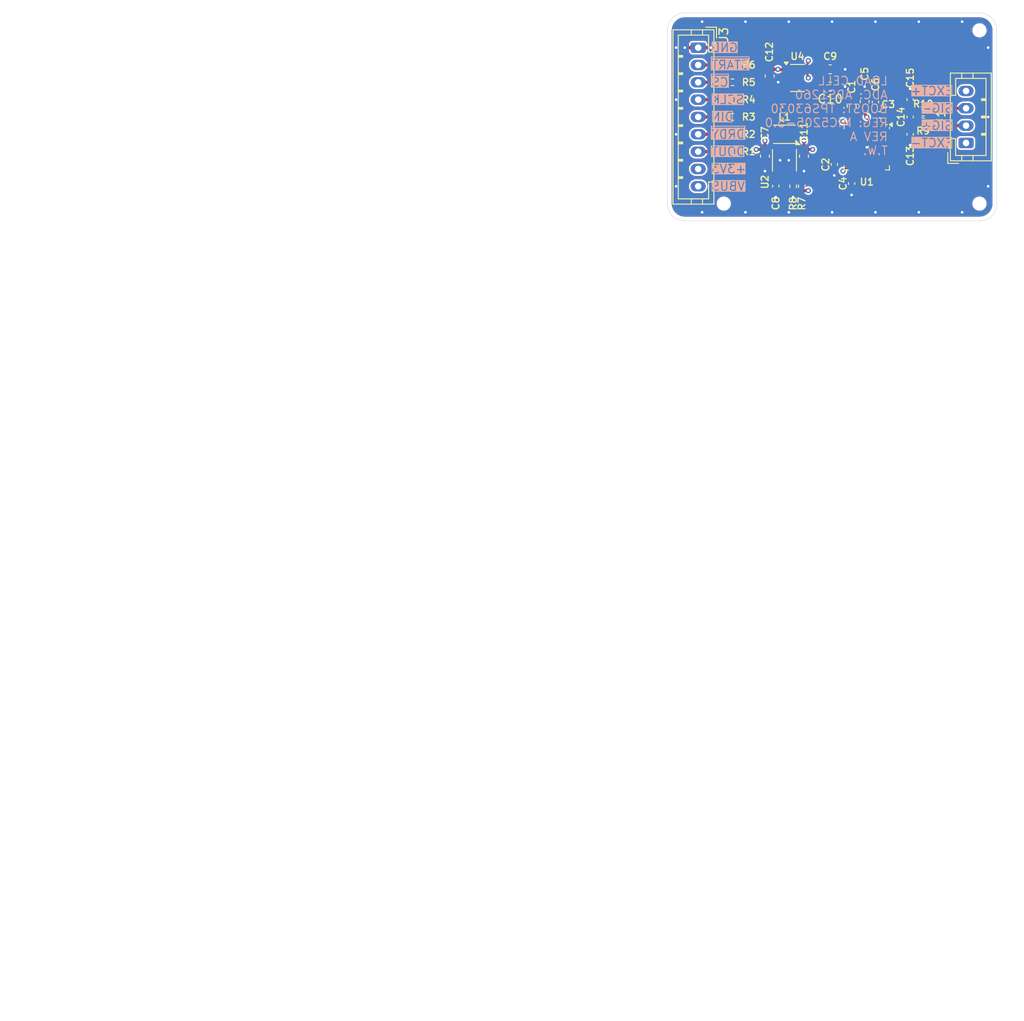
<source format=kicad_pcb>
(kicad_pcb (version 20240108) (generator "pcbnew") (generator_version "8.0")
  (layers (0 "F.Cu" signal) (1 "In1.Cu" signal) (2 "In2.Cu" signal) (31 "B.Cu" signal) (34 "B.Paste" user) (35 "F.Paste" user) (36 "B.SilkS" user "B.Silkscreen") (37 "F.SilkS" user "F.Silkscreen") (38 "B.Mask" user) (39 "F.Mask" user) (44 "Edge.Cuts" user))
  (net 0 "")
  (net 1 "Net-(U1-REFOUT)")
  (net 2 "GND")
  (net 3 "Net-(U1-BYPASS)")
  (net 4 "Net-(U1-CAPN)")
  (net 5 "Net-(U1-CAPP)")
  (net 6 "+5V")
  (net 7 "+3V3")
  (net 8 "Net-(U2-EN)")
  (net 9 "Net-(U4-BP)")
  (net 10 "+5V5")
  (net 11 "/SIG_FLTR+")
  (net 12 "/SIG_FLTR-")
  (net 13 "/SIG-")
  (net 14 "/SIG+")
  (net 15 "Net-(J3-Pin_3)")
  (net 16 "Net-(J3-Pin_5)")
  (net 17 "Net-(J3-Pin_2)")
  (net 18 "Net-(J3-Pin_6)")
  (net 19 "VBUS")
  (net 20 "Net-(J3-Pin_4)")
  (net 21 "Net-(J3-Pin_7)")
  (net 22 "Net-(U2-L2)")
  (net 23 "Net-(U2-L1)")
  (net 24 "/~{START}")
  (net 25 "/~{CS}")
  (net 26 "/SCLK")
  (net 27 "/DIN")
  (net 28 "/DOUT")
  (net 29 "/~{DRDY}")
  (net 30 "Net-(U2-FB)")
  (footprint "Inductor_SMD:L_Murata_DFE201610P" (layer "F.Cu") (at 123.5 84 180)
    (property "Reference" "L1" (at 0 2 180) (layer "F.SilkS") (effects (font (size 0.8 0.8))))
    (property "Value" "1uH")
    (pad "1" smd rect (at -0.725 0 180) (size 0.55 1.6) (layers "F.Cu" "F.Paste" "F.Mask") (net 22 "Net-(U2-L2)"))
    (pad "2" smd rect (at 0.725 0 180) (size 0.55 1.6) (layers "F.Cu" "F.Paste" "F.Mask") (net 23 "Net-(U2-L1)"))
  )
  (footprint "Capacitor_SMD:C_0402_1005Metric" (layer "F.Cu") (at 131.25 89.68 -90)
    (property "Reference" "C4" (at 0 1 90) (layer "F.SilkS") (effects (font (size 0.8 0.8))))
    (property "Value" "1uF")
    (pad "1" smd roundrect (at -0.48 0 270) (size 0.56 0.62) (layers "F.Cu" "F.Paste" "F.Mask") (net 6 "+5V"))
    (pad "2" smd roundrect (at 0.48 0 270) (size 0.56 0.62) (layers "F.Cu" "F.Paste" "F.Mask") (net 2 "GND"))
  )
  (footprint "JLCPCB:SMD Tooling Hole" (layer "F.Cu") (at 146 72)
    (property "Reference" "H1" (hide yes))
    (property "Value" "MountingHole")
    (pad "" np_thru_hole circle (at 0 0) (size 1.152 1.152) (drill 1.152) (layers "F&B.Cu" "*.Mask"))
  )
  (footprint "Capacitor_SMD:C_0402_1005Metric" (layer "F.Cu") (at 138 80 90)
    (property "Reference" "C15" (at 2.5 0 270) (layer "F.SilkS") (effects (font (size 0.8 0.8))))
    (property "Value" "0.1uF")
    (pad "1" smd roundrect (at -0.48 0 90) (size 0.56 0.62) (layers "F.Cu" "F.Paste" "F.Mask") (net 12 "/SIG_FLTR-"))
    (pad "2" smd roundrect (at 0.48 0 90) (size 0.56 0.62) (layers "F.Cu" "F.Paste" "F.Mask") (net 2 "GND"))
  )
  (footprint "Capacitor_SMD:C_0402_1005Metric" (layer "F.Cu") (at 122.5 89.98 90)
    (property "Reference" "C8" (at -2 0 270) (layer "F.SilkS") (effects (font (size 0.8 0.8))))
    (property "Value" "0.1uF")
    (pad "1" smd roundrect (at -0.48 0 90) (size 0.56 0.62) (layers "F.Cu" "F.Paste" "F.Mask") (net 2 "GND"))
    (pad "2" smd roundrect (at 0.48 0 90) (size 0.56 0.62) (layers "F.Cu" "F.Paste" "F.Mask") (net 8 "Net-(U2-EN)"))
  )
  (footprint "Resistor_SMD:R_0402_1005Metric" (layer "F.Cu") (at 117.5 80)
    (property "Reference" "R4" (at 1 0 0) (layer "F.SilkS") (effects (font (size 0.8 0.8)) (justify left)))
    (property "Value" "47R")
    (pad "1" smd roundrect (at -0.51 0) (size 0.54 0.64) (layers "F.Cu" "F.Paste" "F.Mask") (net 20 "Net-(J3-Pin_4)"))
    (pad "2" smd roundrect (at 0.51 0) (size 0.54 0.64) (layers "F.Cu" "F.Paste" "F.Mask") (net 26 "/SCLK"))
  )
  (footprint "Capacitor_SMD:C_0603_1608Metric" (layer "F.Cu") (at 121.25 86.525 -90)
    (property "Reference" "C7" (at -1.775 0 90) (layer "F.SilkS") (effects (font (size 0.8 0.8)) (justify left)))
    (property "Value" "10uF")
    (pad "1" smd roundrect (at -0.775 0 270) (size 0.9 0.95) (layers "F.Cu" "F.Paste" "F.Mask") (net 19 "VBUS"))
    (pad "2" smd roundrect (at 0.775 0 270) (size 0.9 0.95) (layers "F.Cu" "F.Paste" "F.Mask") (net 2 "GND"))
  )
  (footprint "Package_DFN_QFN:VQFN-32-1EP_5x5mm_P0.5mm_EP3.15x3.15mm" (layer "F.Cu") (at 133 85.5 -90)
    (property "Reference" "U1" (at 4 0 180) (layer "F.SilkS") (effects (font (size 0.8 0.8))))
    (property "Value" "ADS1260")
    (pad "1" smd roundrect (at -2.4375 -1.75 270) (size 0.875 0.25) (layers "F.Cu" "F.Paste" "F.Mask"))
    (pad "2" smd roundrect (at -2.4375 -1.25 270) (size 0.875 0.25) (layers "F.Cu" "F.Paste" "F.Mask") (net 5 "Net-(U1-CAPP)"))
    (pad "3" smd roundrect (at -2.4375 -0.75 270) (size 0.875 0.25) (layers "F.Cu" "F.Paste" "F.Mask") (net 4 "Net-(U1-CAPN)"))
    (pad "4" smd roundrect (at -2.4375 -0.25 270) (size 0.875 0.25) (layers "F.Cu" "F.Paste" "F.Mask") (net 6 "+5V"))
    (pad "5" smd roundrect (at -2.4375 0.25 270) (size 0.875 0.25) (layers "F.Cu" "F.Paste" "F.Mask") (net 2 "GND"))
    (pad "6" smd roundrect (at -2.4375 0.75 270) (size 0.875 0.25) (layers "F.Cu" "F.Paste" "F.Mask") (net 1 "Net-(U1-REFOUT)"))
    (pad "7" smd roundrect (at -2.4375 1.25 270) (size 0.875 0.25) (layers "F.Cu" "F.Paste" "F.Mask") (net 6 "+5V"))
    (pad "8" smd roundrect (at -2.4375 1.75 270) (size 0.875 0.25) (layers "F.Cu" "F.Paste" "F.Mask") (net 6 "+5V"))
    (pad "9" smd roundrect (at -1.75 2.4375 270) (size 0.25 0.875) (layers "F.Cu" "F.Paste" "F.Mask") (net 24 "/~{START}"))
    (pad "10" smd roundrect (at -1.25 2.4375 270) (size 0.25 0.875) (layers "F.Cu" "F.Paste" "F.Mask") (net 25 "/~{CS}"))
    (pad "11" smd roundrect (at -0.75 2.4375 270) (size 0.25 0.875) (layers "F.Cu" "F.Paste" "F.Mask") (net 26 "/SCLK"))
    (pad "12" smd roundrect (at -0.25 2.4375 270) (size 0.25 0.875) (layers "F.Cu" "F.Paste" "F.Mask") (net 27 "/DIN"))
    (pad "13" smd roundrect (at 0.25 2.4375 270) (size 0.25 0.875) (layers "F.Cu" "F.Paste" "F.Mask") (net 29 "/~{DRDY}"))
    (pad "14" smd roundrect (at 0.75 2.4375 270) (size 0.25 0.875) (layers "F.Cu" "F.Paste" "F.Mask") (net 28 "/DOUT"))
    (pad "15" smd roundrect (at 1.25 2.4375 270) (size 0.25 0.875) (layers "F.Cu" "F.Paste" "F.Mask") (net 3 "Net-(U1-BYPASS)"))
    (pad "16" smd roundrect (at 1.75 2.4375 270) (size 0.25 0.875) (layers "F.Cu" "F.Paste" "F.Mask") (net 2 "GND"))
    (pad "17" smd roundrect (at 2.4375 1.75 270) (size 0.875 0.25) (layers "F.Cu" "F.Paste" "F.Mask") (net 6 "+5V"))
    (pad "18" smd roundrect (at 2.4375 1.25 270) (size 0.875 0.25) (layers "F.Cu" "F.Paste" "F.Mask") (net 2 "GND"))
    (pad "19" smd roundrect (at 2.4375 0.75 270) (size 0.875 0.25) (layers "F.Cu" "F.Paste" "F.Mask"))
    (pad "20" smd roundrect (at 2.4375 0.25 270) (size 0.875 0.25) (layers "F.Cu" "F.Paste" "F.Mask"))
    (pad "21" smd roundrect (at 2.4375 -0.25 270) (size 0.875 0.25) (layers "F.Cu" "F.Paste" "F.Mask"))
    (pad "22" smd roundrect (at 2.4375 -0.75 270) (size 0.875 0.25) (layers "F.Cu" "F.Paste" "F.Mask"))
    (pad "23" smd roundrect (at 2.4375 -1.25 270) (size 0.875 0.25) (layers "F.Cu" "F.Paste" "F.Mask"))
    (pad "24" smd roundrect (at 2.4375 -1.75 270) (size 0.875 0.25) (layers "F.Cu" "F.Paste" "F.Mask"))
    (pad "25" smd roundrect (at 1.75 -2.4375 270) (size 0.25 0.875) (layers "F.Cu" "F.Paste" "F.Mask"))
    (pad "26" smd roundrect (at 1.25 -2.4375 270) (size 0.25 0.875) (layers "F.Cu" "F.Paste" "F.Mask"))
    (pad "27" smd roundrect (at 0.75 -2.4375 270) (size 0.25 0.875) (layers "F.Cu" "F.Paste" "F.Mask"))
    (pad "28" smd roundrect (at 0.25 -2.4375 270) (size 0.25 0.875) (layers "F.Cu" "F.Paste" "F.Mask"))
    (pad "29" smd roundrect (at -0.25 -2.4375 270) (size 0.25 0.875) (layers "F.Cu" "F.Paste" "F.Mask"))
    (pad "30" smd roundrect (at -0.75 -2.4375 270) (size 0.25 0.875) (layers "F.Cu" "F.Paste" "F.Mask"))
    (pad "31" smd roundrect (at -1.25 -2.4375 270) (size 0.25 0.875) (layers "F.Cu" "F.Paste" "F.Mask") (net 11 "/SIG_FLTR+"))
    (pad "32" smd roundrect (at -1.75 -2.4375 270) (size 0.25 0.875) (layers "F.Cu" "F.Paste" "F.Mask") (net 12 "/SIG_FLTR-"))
    (pad "33" smd rect (at 0 0 270) (size 3.15 3.15) (property pad_prop_heatsink) (layers "F.Cu" "F.Mask") (net 2 "GND"))
  )
  (footprint "Capacitor_SMD:C_0603_1608Metric" (layer "F.Cu") (at 125.75 86.525 -90)
    (property "Reference" "C11" (at -1.5 0 90) (layer "F.SilkS") (effects (font (size 0.8 0.8)) (justify left)))
    (property "Value" "10uF")
    (pad "1" smd roundrect (at -0.775 0 270) (size 0.9 0.95) (layers "F.Cu" "F.Paste" "F.Mask") (net 10 "+5V5"))
    (pad "2" smd roundrect (at 0.775 0 270) (size 0.9 0.95) (layers "F.Cu" "F.Paste" "F.Mask") (net 2 "GND"))
  )
  (footprint "Resistor_SMD:R_0402_1005Metric" (layer "F.Cu") (at 117.5 82)
    (property "Reference" "R3" (at 1 0 0) (layer "F.SilkS") (effects (font (size 0.8 0.8)) (justify left)))
    (property "Value" "47R")
    (pad "1" smd roundrect (at -0.51 0) (size 0.54 0.64) (layers "F.Cu" "F.Paste" "F.Mask") (net 16 "Net-(J3-Pin_5)"))
    (pad "2" smd roundrect (at 0.51 0) (size 0.54 0.64) (layers "F.Cu" "F.Paste" "F.Mask") (net 27 "/DIN"))
  )
  (footprint "Connector_JST:JST_PH_B4B-PH-K_1x04_P2.00mm_Vertical" (layer "F.Cu") (at 144.45 85 90)
    (property "Reference" "J1" (at 3 -2.9 90) (layer "F.SilkS"))
    (property "Value" "Conn_01x04")
    (pad "1" thru_hole roundrect (at 0 0 90) (size 1.2 1.75) (drill 0.75) (layers "*.Cu" "*.Mask") (roundrect_rratio 0.208333) (net 2 "GND"))
    (pad "2" thru_hole oval (at 2 0 90) (size 1.2 1.75) (drill 0.75) (layers "*.Cu" "*.Mask") (net 14 "/SIG+"))
    (pad "3" thru_hole oval (at 4 0 90) (size 1.2 1.75) (drill 0.75) (layers "*.Cu" "*.Mask") (net 13 "/SIG-"))
    (pad "4" thru_hole oval (at 6 0 90) (size 1.2 1.75) (drill 0.75) (layers "*.Cu" "*.Mask") (net 6 "+5V"))
  )
  (footprint "Resistor_SMD:R_0402_1005Metric" (layer "F.Cu") (at 117.5 76)
    (property "Reference" "R6" (at 1 0 0) (layer "F.SilkS") (effects (font (size 0.8 0.8)) (justify left)))
    (property "Value" "47R")
    (pad "1" smd roundrect (at -0.51 0) (size 0.54 0.64) (layers "F.Cu" "F.Paste" "F.Mask") (net 17 "Net-(J3-Pin_2)"))
    (pad "2" smd roundrect (at 0.51 0) (size 0.54 0.64) (layers "F.Cu" "F.Paste" "F.Mask") (net 24 "/~{START}"))
  )
  (footprint "Capacitor_SMD:C_0603_1608Metric" (layer "F.Cu") (at 121.8 77.275 -90)
    (property "Reference" "C12" (at -2.775 0.05 90) (layer "F.SilkS") (effects (font (size 0.8 0.8))))
    (property "Value" "10uF")
    (pad "1" smd roundrect (at -0.775 0 270) (size 0.9 0.95) (layers "F.Cu" "F.Paste" "F.Mask") (net 10 "+5V5"))
    (pad "2" smd roundrect (at 0.775 0 270) (size 0.9 0.95) (layers "F.Cu" "F.Paste" "F.Mask") (net 2 "GND"))
  )
  (footprint "Capacitor_SMD:C_0603_1608Metric" (layer "F.Cu") (at 128.775 78.5 180)
    (property "Reference" "C10" (at 0 -1.43 180) (layer "F.SilkS"))
    (property "Value" "470pF")
    (pad "1" smd roundrect (at -0.775 0 180) (size 0.9 0.95) (layers "F.Cu" "F.Paste" "F.Mask") (net 2 "GND"))
    (pad "2" smd roundrect (at 0.775 0 180) (size 0.9 0.95) (layers "F.Cu" "F.Paste" "F.Mask") (net 9 "Net-(U4-BP)"))
  )
  (footprint "Capacitor_SMD:C_0402_1005Metric" (layer "F.Cu") (at 134 80.27 -90)
    (property "Reference" "C6" (at -2.02 0 90) (layer "F.SilkS") (effects (font (size 0.8 0.8))))
    (property "Value" "1uF")
    (pad "1" smd roundrect (at -0.48 0 270) (size 0.56 0.62) (layers "F.Cu" "F.Paste" "F.Mask") (net 2 "GND"))
    (pad "2" smd roundrect (at 0.48 0 270) (size 0.56 0.62) (layers "F.Cu" "F.Paste" "F.Mask") (net 6 "+5V"))
  )
  (footprint "Capacitor_SMD:C_0402_1005Metric" (layer "F.Cu") (at 129.25 87.48 -90)
    (property "Reference" "C2" (at 0.02 1 90) (layer "F.SilkS") (effects (font (size 0.8 0.8))))
    (property "Value" "1uF")
    (pad "1" smd roundrect (at -0.48 0 270) (size 0.56 0.62) (layers "F.Cu" "F.Paste" "F.Mask") (net 3 "Net-(U1-BYPASS)"))
    (pad "2" smd roundrect (at 0.48 0 270) (size 0.56 0.62) (layers "F.Cu" "F.Paste" "F.Mask") (net 2 "GND"))
  )
  (footprint "Resistor_SMD:R_0402_1005Metric" (layer "F.Cu") (at 117.5 84 180)
    (property "Reference" "R2" (at -1 0 180) (layer "F.SilkS") (effects (font (size 0.8 0.8)) (justify left)))
    (property "Value" "47R")
    (pad "1" smd roundrect (at -0.51 0 180) (size 0.54 0.64) (layers "F.Cu" "F.Paste" "F.Mask") (net 29 "/~{DRDY}"))
    (pad "2" smd roundrect (at 0.51 0 180) (size 0.54 0.64) (layers "F.Cu" "F.Paste" "F.Mask") (net 18 "Net-(J3-Pin_6)"))
  )
  (footprint "JLCPCB:SMD Tooling Hole" (layer "F.Cu") (at 116.5 92)
    (property "Reference" "H3" (hide yes))
    (property "Value" "MountingHole")
    (pad "" np_thru_hole circle (at 0 0) (size 1.152 1.152) (drill 1.152) (layers "F&B.Cu" "*.Mask"))
  )
  (footprint "Package_SON:WSON-10-1EP_2.5x2.5mm_P0.5mm_EP1.2x2mm" (layer "F.Cu") (at 123.5 87 -90)
    (property "Reference" "U2" (at 2.5 2.25 90) (layer "F.SilkS") (effects (font (size 0.8 0.8))))
    (property "Value" "TPS63030DSK")
    (pad "1" smd roundrect (at -1.2125 -1 270) (size 0.825 0.25) (layers "F.Cu" "F.Paste" "F.Mask") (net 10 "+5V5"))
    (pad "2" smd roundrect (at -1.2125 -0.5 270) (size 0.825 0.25) (layers "F.Cu" "F.Paste" "F.Mask") (net 22 "Net-(U2-L2)"))
    (pad "3" smd roundrect (at -1.2125 0 270) (size 0.825 0.25) (layers "F.Cu" "F.Paste" "F.Mask") (net 2 "GND"))
    (pad "4" smd roundrect (at -1.2125 0.5 270) (size 0.825 0.25) (layers "F.Cu" "F.Paste" "F.Mask") (net 23 "Net-(U2-L1)"))
    (pad "5" smd roundrect (at -1.2125 1 270) (size 0.825 0.25) (layers "F.Cu" "F.Paste" "F.Mask") (net 19 "VBUS"))
    (pad "6" smd roundrect (at 1.2125 1 270) (size 0.825 0.25) (layers "F.Cu" "F.Paste" "F.Mask") (net 8 "Net-(U2-EN)"))
    (pad "7" smd roundrect (at 1.2125 0.5 270) (size 0.825 0.25) (layers "F.Cu" "F.Paste" "F.Mask") (net 8 "Net-(U2-EN)"))
    (pad "8" smd roundrect (at 1.2125 0 270) (size 0.825 0.25) (layers "F.Cu" "F.Paste" "F.Mask") (net 8 "Net-(U2-EN)"))
    (pad "9" smd roundrect (at 1.2125 -0.5 270) (size 0.825 0.25) (layers "F.Cu" "F.Paste" "F.Mask") (net 2 "GND"))
    (pad "10" smd roundrect (at 1.2125 -1 270) (size 0.825 0.25) (layers "F.Cu" "F.Paste" "F.Mask") (net 30 "Net-(U2-FB)"))
    (pad "11" smd rect (at 0 0 270) (size 1.2 2) (property pad_prop_heatsink) (layers "F.Cu" "F.Mask") (net 2 "GND"))
  )
  (footprint "Resistor_SMD:R_0402_1005Metric" (layer "F.Cu") (at 117.5 78)
    (property "Reference" "R5" (at 1 0 0) (layer "F.SilkS") (effects (font (size 0.8 0.8)) (justify left)))
    (property "Value" "47R")
    (pad "1" smd roundrect (at -0.51 0) (size 0.54 0.64) (layers "F.Cu" "F.Paste" "F.Mask") (net 15 "Net-(J3-Pin_3)"))
    (pad "2" smd roundrect (at 0.51 0) (size 0.54 0.64) (layers "F.Cu" "F.Paste" "F.Mask") (net 25 "/~{CS}"))
  )
  (footprint "Capacitor_SMD:C_0603_1608Metric" (layer "F.Cu") (at 132.75 80.225 90)
    (property "Reference" "C5" (at 3.2 0 270) (layer "F.SilkS") (effects (font (size 0.8 0.8))))
    (property "Value" "10uF")
    (pad "1" smd roundrect (at -0.775 0 90) (size 0.9 0.95) (layers "F.Cu" "F.Paste" "F.Mask") (net 6 "+5V"))
    (pad "2" smd roundrect (at 0.775 0 90) (size 0.9 0.95) (layers "F.Cu" "F.Paste" "F.Mask") (net 2 "GND"))
  )
  (footprint "Capacitor_SMD:C_0603_1608Metric" (layer "F.Cu") (at 131.25 80.75 -90)
    (property "Reference" "C1" (at -2.225 0 90) (layer "F.SilkS") (effects (font (size 0.8 0.8))))
    (property "Value" "10uF")
    (pad "1" smd roundrect (at -0.775 0 270) (size 0.9 0.95) (layers "F.Cu" "F.Paste" "F.Mask") (net 2 "GND"))
    (pad "2" smd roundrect (at 0.775 0 270) (size 0.9 0.95) (layers "F.Cu" "F.Paste" "F.Mask") (net 1 "Net-(U1-REFOUT)"))
  )
  (footprint "Capacitor_SMD:C_0402_1005Metric" (layer "F.Cu") (at 138 82 90)
    (property "Reference" "C14" (at 0 -1.0625 270) (layer "F.SilkS") (effects (font (size 0.8 0.8))))
    (property "Value" "1uF")
    (pad "1" smd roundrect (at -0.48 0 90) (size 0.56 0.62) (layers "F.Cu" "F.Paste" "F.Mask") (net 11 "/SIG_FLTR+"))
    (pad "2" smd roundrect (at 0.48 0 90) (size 0.56 0.62) (layers "F.Cu" "F.Paste" "F.Mask") (net 12 "/SIG_FLTR-"))
  )
  (footprint "Resistor_SMD:R_0402_1005Metric" (layer "F.Cu") (at 139.5 81.5 180)
    (property "Reference" "R10" (at 0 1 180) (layer "F.SilkS") (effects (font (size 0.8 0.8) (thickness 0.15) (bold yes))))
    (property "Value" "68R")
    (pad "1" smd roundrect (at -0.51 0 180) (size 0.54 0.64) (layers "F.Cu" "F.Paste" "F.Mask") (net 13 "/SIG-"))
    (pad "2" smd roundrect (at 0.51 0 180) (size 0.54 0.64) (layers "F.Cu" "F.Paste" "F.Mask") (net 12 "/SIG_FLTR-"))
  )
  (footprint "Package_TO_SOT_SMD:SOT-23-5" (layer "F.Cu") (at 125 77.5)
    (property "Reference" "U4" (at 0 -2.5 360) (layer "F.SilkS") (effects (font (size 0.8 0.8))))
    (property "Value" "MIC5205-5.0YM5")
    (pad "1" smd roundrect (at -1.1375 -0.95) (size 1.325 0.6) (layers "F.Cu" "F.Paste" "F.Mask") (net 10 "+5V5"))
    (pad "2" smd roundrect (at -1.1375 0) (size 1.325 0.6) (layers "F.Cu" "F.Paste" "F.Mask") (net 2 "GND"))
    (pad "3" smd roundrect (at -1.1375 0.95) (size 1.325 0.6) (layers "F.Cu" "F.Paste" "F.Mask") (net 10 "+5V5"))
    (pad "4" smd roundrect (at 1.1375 0.95) (size 1.325 0.6) (layers "F.Cu" "F.Paste" "F.Mask") (net 9 "Net-(U4-BP)"))
    (pad "5" smd roundrect (at 1.1375 -0.95) (size 1.325 0.6) (layers "F.Cu" "F.Paste" "F.Mask") (net 6 "+5V"))
  )
  (footprint "Capacitor_SMD:C_0603_1608Metric" (layer "F.Cu") (at 128.775 76.5 180)
    (property "Reference" "C9" (at 0 1.5 180) (layer "F.SilkS") (effects (font (size 0.8 0.8))))
    (property "Value" "10uF")
    (pad "1" smd roundrect (at -0.775 0 180) (size 0.9 0.95) (layers "F.Cu" "F.Paste" "F.Mask") (net 2 "GND"))
    (pad "2" smd roundrect (at 0.775 0 180) (size 0.9 0.95) (layers "F.Cu" "F.Paste" "F.Mask") (net 6 "+5V"))
  )
  (footprint "JLCPCB:SMD Tooling Hole" (layer "F.Cu") (at 146 92)
    (property "Reference" "H2" (hide yes))
    (property "Value" "MountingHole")
    (pad "" np_thru_hole circle (at 0 0) (size 1.152 1.152) (drill 1.152) (layers "F&B.Cu" "*.Mask"))
  )
  (footprint "Capacitor_SMD:C_0402_1005Metric" (layer "F.Cu") (at 134.5 81.75)
    (property "Reference" "C3" (at 0.9625 -1.2 360) (layer "F.SilkS") (effects (font (size 0.8 0.8))))
    (property "Value" "4.7nF")
    (pad "1" smd roundrect (at -0.48 0) (size 0.56 0.62) (layers "F.Cu" "F.Paste" "F.Mask") (net 4 "Net-(U1-CAPN)"))
    (pad "2" smd roundrect (at 0.48 0) (size 0.56 0.62) (layers "F.Cu" "F.Paste" "F.Mask") (net 5 "Net-(U1-CAPP)"))
  )
  (footprint "Connector_JST:JST_PH_B9B-PH-K_1x09_P2.00mm_Vertical" (layer "F.Cu") (at 113.55 74 -90)
    (property "Reference" "J3" (at -1.5 -2.95 -90) (layer "F.SilkS"))
    (property "Value" "Conn_01x09")
    (pad "1" thru_hole roundrect (at 0 0 270) (size 1.2 1.75) (drill 0.75) (layers "*.Cu" "*.Mask") (roundrect_rratio 0.208333) (net 2 "GND"))
    (pad "2" thru_hole oval (at 2 0 270) (size 1.2 1.75) (drill 0.75) (layers "*.Cu" "*.Mask") (net 17 "Net-(J3-Pin_2)"))
    (pad "3" thru_hole oval (at 4 0 270) (size 1.2 1.75) (drill 0.75) (layers "*.Cu" "*.Mask") (net 15 "Net-(J3-Pin_3)"))
    (pad "4" thru_hole oval (at 6 0 270) (size 1.2 1.75) (drill 0.75) (layers "*.Cu" "*.Mask") (net 20 "Net-(J3-Pin_4)"))
    (pad "5" thru_hole oval (at 8 0 270) (size 1.2 1.75) (drill 0.75) (layers "*.Cu" "*.Mask") (net 16 "Net-(J3-Pin_5)"))
    (pad "6" thru_hole oval (at 10 0 270) (size 1.2 1.75) (drill 0.75) (layers "*.Cu" "*.Mask") (net 18 "Net-(J3-Pin_6)"))
    (pad "7" thru_hole oval (at 12 0 270) (size 1.2 1.75) (drill 0.75) (layers "*.Cu" "*.Mask") (net 21 "Net-(J3-Pin_7)"))
    (pad "8" thru_hole oval (at 14 0 270) (size 1.2 1.75) (drill 0.75) (layers "*.Cu" "*.Mask") (net 7 "+3V3"))
    (pad "9" thru_hole oval (at 16 0 270) (size 1.2 1.75) (drill 0.75) (layers "*.Cu" "*.Mask") (net 19 "VBUS"))
  )
  (footprint "Resistor_SMD:R_0402_1005Metric" (layer "F.Cu") (at 124.5 90 90)
    (property "Reference" "R8" (at -2 0 270) (layer "F.SilkS") (effects (font (size 0.8 0.8))))
    (property "Value" "100K")
    (pad "1" smd roundrect (at -0.51 0 90) (size 0.54 0.64) (layers "F.Cu" "F.Paste" "F.Mask") (net 2 "GND"))
    (pad "2" smd roundrect (at 0.51 0 90) (size 0.54 0.64) (layers "F.Cu" "F.Paste" "F.Mask") (net 30 "Net-(U2-FB)"))
  )
  (footprint "Capacitor_SMD:C_0402_1005Metric" (layer "F.Cu") (at 138 84 90)
    (property "Reference" "C13" (at -2.5 0 270) (layer "F.SilkS") (effects (font (size 0.8 0.8))))
    (property "Value" "0.1uF")
    (pad "1" smd roundrect (at -0.48 0 90) (size 0.56 0.62) (layers "F.Cu" "F.Paste" "F.Mask") (net 2 "GND"))
    (pad "2" smd roundrect (at 0.48 0 90) (size 0.56 0.62) (layers "F.Cu" "F.Paste" "F.Mask") (net 11 "/SIG_FLTR+"))
  )
  (footprint "Resistor_SMD:R_0402_1005Metric" (layer "F.Cu") (at 125.5 90 -90)
    (property "Reference" "R7" (at 2 0 90) (layer "F.SilkS") (effects (font (size 0.8 0.8))))
    (property "Value" "100K")
    (pad "1" smd roundrect (at -0.51 0 270) (size 0.54 0.64) (layers "F.Cu" "F.Paste" "F.Mask") (net 30 "Net-(U2-FB)"))
    (pad "2" smd roundrect (at 0.51 0 270) (size 0.54 0.64) (layers "F.Cu" "F.Paste" "F.Mask") (net 10 "+5V5"))
  )
  (footprint "Resistor_SMD:R_0402_1005Metric" (layer "F.Cu") (at 117.5 86)
    (property "Reference" "R1" (at 1 0 0) (layer "F.SilkS") (effects (font (size 0.8 0.8)) (justify left)))
    (property "Value" "47R")
    (pad "1" smd roundrect (at -0.51 0) (size 0.54 0.64) (layers "F.Cu" "F.Paste" "F.Mask") (net 21 "Net-(J3-Pin_7)"))
    (pad "2" smd roundrect (at 0.51 0) (size 0.54 0.64) (layers "F.Cu" "F.Paste" "F.Mask") (net 28 "/DOUT"))
  )
  (footprint "Resistor_SMD:R_0402_1005Metric" (layer "F.Cu") (at 139.5 82.5)
    (property "Reference" "R9" (at 0 1.1 360) (layer "F.SilkS") (effects (font (size 0.8 0.8))))
    (property "Value" "68R")
    (pad "1" smd roundrect (at -0.51 0) (size 0.54 0.64) (layers "F.Cu" "F.Paste" "F.Mask") (net 11 "/SIG_FLTR+"))
    (pad "2" smd roundrect (at 0.51 0) (size 0.54 0.64) (layers "F.Cu" "F.Paste" "F.Mask") (net 14 "/SIG+"))
  )
  (gr_line (start 148 72) (end 148 92) (stroke (width 0.05)) (layer "Edge.Cuts"))
  (gr_arc (start 112 94) (mid 110.585786 93.414214) (end 110 92) (stroke (width 0.05)) (layer "Edge.Cuts"))
  (gr_arc (start 148 92) (mid 147.414214 93.414214) (end 146 94) (stroke (width 0.05)) (layer "Edge.Cuts"))
  (gr_arc (start 110 72) (mid 110.585786 70.585786) (end 112 70) (stroke (width 0.05)) (layer "Edge.Cuts"))
  (gr_line (start 112 94) (end 146 94) (stroke (width 0.05)) (layer "Edge.Cuts"))
  (gr_line (start 110 72) (end 110 92) (stroke (width 0.05)) (layer "Edge.Cuts"))
  (gr_arc (start 146 70) (mid 147.414214 70.585786) (end 148 72) (stroke (width 0.05)) (layer "Edge.Cuts"))
  (gr_line (start 112 70) (end 146 70) (stroke (width 0.05)) (layer "Edge.Cuts"))
  (gr_text "VBUS" (at 115 90 0) (layer "B.SilkS" knockout) (effects (font (size 1 1) (thickness 0.12)) (justify right mirror)))
  (gr_text "+3V3" (at 115 88 0) (layer "B.SilkS" knockout) (effects (font (size 1 1) (thickness 0.12)) (justify right mirror)))
  (gr_text "~{CS}" (at 115 78 0) (layer "B.SilkS" knockout) (effects (font (size 1 1) (thickness 0.12)) (justify right mirror)))
  (gr_text "~{START}" (at 115 76 0) (layer "B.SilkS" knockout) (effects (font (size 1 1) (thickness 0.12)) (justify right mirror)))
  (gr_text "EXCT+" (at 143 79 0) (layer "B.SilkS" knockout) (effects (font (size 1 1) (thickness 0.12)) (justify left mirror)))
  (gr_text "SIG-" (at 143 81 0) (layer "B.SilkS" knockout) (effects (font (size 1 1) (thickness 0.12)) (justify left mirror)))
  (gr_text "SCLK" (at 115 80 0) (layer "B.SilkS" knockout) (effects (font (size 1 1) (thickness 0.12)) (justify right mirror)))
  (gr_text "DIN" (at 115 82 0) (layer "B.SilkS" knockout) (effects (font (size 1 1) (thickness 0.12)) (justify right mirror)))
  (gr_text "LOAD CELL\nADC: ADS1260\nBOOST: TPS63030\nREG: MIC5205-5.0\nREV A\nT.W." (at 135.5 77.25 0) (layer "B.SilkS") (effects (font (size 1 1) (thickness 0.12)) (justify left top mirror)))
  (gr_text "EXCT-" (at 143 85 0) (layer "B.SilkS" knockout) (effects (font (size 1 1) (thickness 0.12)) (justify left mirror)))
  (gr_text "SIG+" (at 143 83 0) (layer "B.SilkS" knockout) (effects (font (size 1 1) (thickness 0.12)) (justify left mirror)))
  (gr_text "GND" (at 115 74 0) (layer "B.SilkS" knockout) (effects (font (size 1 1) (thickness 0.12)) (justify right mirror)))
  (gr_text "~{DRDY}" (at 115 84 0) (layer "B.SilkS" knockout) (effects (font (size 1 1) (thickness 0.12)) (justify right mirror)))
  (gr_text "DOUT" (at 115 86 0) (layer "B.SilkS" knockout) (effects (font (size 1 1) (thickness 0.12)) (justify right mirror)))
  (segment (start 132.25 83.0625) (end 132.25 82.525) (width 0.2) (layer "F.Cu") (net 1))
  (segment (start 132.25 82.525) (end 131.25 81.525) (width 0.2) (layer "F.Cu") (net 1))
  (segment (start 129.25 87.96) (end 129.25 88.75) (width 0.2) (layer "F.Cu") (net 2))
  (segment (start 122.715358 78.05) (end 122.778224 77.987134) (width 0.2) (layer "F.Cu") (net 2))
  (segment (start 123.8625 77.5) (end 123.265358 77.5) (width 0.2) (layer "F.Cu") (net 2))
  (segment (start 132.75 83.0625) (end 132.75 85.25) (width 0.2) (layer "F.Cu") (net 2))
  (segment (start 131.25 79.975) (end 131.825 79.975) (width 0.2) (layer "F.Cu") (net 2))
  (segment (start 138 79.52) (end 138 78.75) (width 0.2) (layer "F.Cu") (net 2))
  (segment (start 129.25 87.96) (end 129.96 87.25) (width 0.2) (layer "F.Cu") (net 2))
  (segment (start 131.25 90.16) (end 131.25 91) (width 0.2) (layer "F.Cu") (net 2))
  (segment (start 129.55 76.5) (end 130.5 76.5) (width 0.2) (layer "F.Cu") (net 2))
  (segment (start 124.5 90.51) (end 124.5 91.25) (width 0.2) (layer "F.Cu") (net 2))
  (segment (start 129.96 87.25) (end 130.5625 87.25) (width 0.2) (layer "F.Cu") (net 2))
  (segment (start 125.75 87.3) (end 125.75 88.25) (width 0.2) (layer "F.Cu") (net 2))
  (segment (start 129.55 78.5) (end 130.5 78.5) (width 0.2) (layer "F.Cu") (net 2))
  (segment (start 123.5 85.7875) (end 123.5 87) (width 0.2) (layer "F.Cu") (net 2))
  (segment (start 138 84.48) (end 138 85.25) (width 0.2) (layer "F.Cu") (net 2))
  (segment (start 123.265358 77.5) (end 122.778224 77.987134) (width 0.2) (layer "F.Cu") (net 2))
  (segment (start 113.55 74) (end 112 74) (width 0.2) (layer "F.Cu") (net 2))
  (segment (start 113.55 74) (end 115 74) (width 0.2) (layer "F.Cu") (net 2))
  (segment (start 132.75 79.45) (end 132.75 78.5) (width 0.2) (layer "F.Cu") (net 2))
  (segment (start 131.75 87.9375) (end 131.75 86.75) (width 0.2) (layer "F.Cu") (net 2))
  (segment (start 121.25 87.3) (end 121.25 88.25) (width 0.2) (layer "F.Cu") (net 2))
  (segment (start 124 87.5) (end 123.5 87) (width 0.2) (layer "F.Cu") (net 2))
  (segment (start 124 88.2125) (end 124 87.5) (width 0.2) (layer "F.Cu") (net 2))
  (segment (start 131.825 79.975) (end 132.375 79.425) (width 0.2) (layer "F.Cu") (net 2))
  (segment (start 121.8 78.05) (end 122.715358 78.05) (width 0.2) (layer "F.Cu") (net 2))
  (segment (start 122.5 90.46) (end 122.5 91.25) (width 0.2) (layer "F.Cu") (net 2))
  (segment (start 132.375 79.425) (end 133.635 79.425) (width 0.2) (layer "F.Cu") (net 2))
  (segment (start 133.635 79.425) (end 134 79.79) (width 0.2) (layer "F.Cu") (net 2))
  (via (at 112 74) (size 0.6) (drill 0.3) (layers "F.Cu" "B.Cu") (net 2))
  (via (at 130.5 76.5) (size 0.6) (drill 0.3) (layers "F.Cu" "B.Cu") (net 2))
  (via (at 147 82) (size 0.6) (drill 0.3) (layers "F.Cu" "B.Cu") (net 2))
  (via (at 125.75 88.25) (size 0.6) (drill 0.3) (layers "F.Cu" "B.Cu") (net 2))
  (via (at 121.25 88.25) (size 0.6) (drill 0.3) (layers "F.Cu" "B.Cu") (net 2))
  (via (at 115 74) (size 0.6) (drill 0.3) (layers "F.Cu" "B.Cu") (net 2))
  (via (at 133 85.5) (size 0.6) (drill 0.3) (layers "F.Cu" "B.Cu") (net 2))
  (via (at 131.25 91) (size 0.6) (drill 0.3) (layers "F.Cu" "B.Cu") (net 2))
  (via (at 129 93) (size 0.6) (drill 0.3) (layers "F.Cu" "B.Cu") (net 2))
  (via (at 139 93) (size 0.6) (drill 0.3) (layers "F.Cu" "B.Cu") (net 2))
  (via (at 124 71) (size 0.6) (drill 0.3) (layers "F.Cu" "B.Cu") (net 2))
  (via (at 114 71) (size 0.6) (drill 0.3) (layers "F.Cu" "B.Cu") (net 2))
  (via (at 124 93) (size 0.6) (drill 0.3) (layers "F.Cu" "B.Cu") (net 2))
  (via (at 139 71) (size 0.6) (drill 0.3) (layers "F.Cu" "B.Cu") (net 2))
  (via (at 147 74) (size 0.6) (drill 0.3) (layers "F.Cu" "B.Cu") (net 2))
  (via (at 111 80) (size 0.6) (drill 0.3) (layers "F.Cu" "B.Cu") (net 2))
  (via (at 129.25 88.75) (size 0.6) (drill 0.3) (layers "F.Cu" "B.Cu") (net 2))
  (via (at 129 71) (size 0.6) (drill 0.3) (layers "F.Cu" "B.Cu") (net 2))
  (via (at 124.5 91.25) (size 0.6) (drill 0.3) (layers "F.Cu" "B.Cu") (net 2))
  (via (at 123 87) (size 0.6) (drill 0.3) (layers "F.Cu" "B.Cu") (net 2))
  (via (at 130.5 78.5) (size 0.6) (drill 0.3) (layers "F.Cu" "B.Cu") (net 2))
  (via (at 132.75 78.5) (size 0.6) (drill 0.3) (layers "F.Cu" "B.Cu") (net 2))
  (via (at 111 74) (size 0.6) (drill 0.3) (layers "F.Cu" "B.Cu") (net 2))
  (via (at 111 84) (size 0.6) (drill 0.3) (layers "F.Cu" "B.Cu") (net 2))
  (via (at 122.5 91.25) (size 0.6) (drill 0.3) (layers "F.Cu" "B.Cu") (net 2))
  (via (at 119 93) (size 0.6) (drill 0.3) (layers "F.Cu" "B.Cu") (net 2))
  (via (at 119 71) (size 0.6) (drill 0.3) (layers "F.Cu" "B.Cu") (net 2))
  (via (at 144 71) (size 0.6) (drill 0.3) (layers "F.Cu" "B.Cu") (net 2))
  (via (at 144 93) (size 0.6) (drill 0.3) (layers "F.Cu" "B.Cu") (net 2))
  (via (at 147 90) (size 0.6) (drill 0.3) (layers "F.Cu" "B.Cu") (net 2))
  (via (at 114 93) (size 0.6) (drill 0.3) (layers "F.Cu" "B.Cu") (net 2))
  (via (at 134 93) (size 0.6) (drill 0.3) (layers "F.Cu" "B.Cu") (net 2))
  (via (at 122.778224 77.987134) (size 0.6) (drill 0.3) (layers "F.Cu" "B.Cu") (net 2))
  (via (at 138 85.25) (size 0.6) (drill 0.3) (layers "F.Cu" "B.Cu") (net 2))
  (via (at 124 87) (size 0.6) (drill 0.3) (layers "F.Cu" "B.Cu") (net 2))
  (via (at 134 71) (size 0.6) (drill 0.3) (layers "F.Cu" "B.Cu") (net 2))
  (via (at 138 78.75) (size 0.6) (drill 0.3) (layers "F.Cu" "B.Cu") (net 2))
  (via (at 111 90) (size 0.6) (drill 0.3) (layers "F.Cu" "B.Cu") (net 2))
  (segment (start 129.25 87) (end 129.5 86.75) (width 0.2) (layer "F.Cu") (net 3))
  (segment (start 129.5 86.75) (end 130.5625 86.75) (width 0.2) (layer "F.Cu") (net 3))
  (segment (start 134.02 81.75) (end 133.75 82.02) (width 0.2) (layer "F.Cu") (net 4))
  (segment (start 133.75 82.02) (end 133.75 83.0625) (width 0.2) (layer "F.Cu") (net 4))
  (segment (start 134.25 83.0625) (end 134.25 82.48) (width 0.2) (layer "F.Cu") (net 5))
  (segment (start 134.25 82.48) (end 134.98 81.75) (width 0.2) (layer "F.Cu") (net 5))
  (segment (start 126.1375 75.6125) (end 126.25 75.5) (width 0.2) (layer "F.Cu") (net 6))
  (segment (start 130.8125 83.0625) (end 130.25 82.5) (width 0.2) (layer "F.Cu") (net 6))
  (segment (start 126.1375 76.55) (end 126.1375 77.3875) (width 0.2) (layer "F.Cu") (net 6))
  (segment (start 133 82) (end 133.25 82.25) (width 0.2) (layer "F.Cu") (net 6))
  (segment (start 126.1875 76.5) (end 126.1375 76.55) (width 0.2) (layer "F.Cu") (net 6))
  (segment (start 128 76.5) (end 126.1875 76.5) (width 0.2) (layer "F.Cu") (net 6))
  (segment (start 132.75 81.0625) (end 133.0625 80.75) (width 0.2) (layer "F.Cu") (net 6))
  (segment (start 131.25 83.0625) (end 130.8125 83.0625) (width 0.2) (layer "F.Cu") (net 6))
  (segment (start 131.25 87.9375) (end 131.25 89.2) (width 0.2) (layer "F.Cu") (net 6))
  (segment (start 131.25 87.9375) (end 130.5625 87.9375) (width 0.2) (layer "F.Cu") (net 6))
  (segment (start 126.1375 76.55) (end 126.1375 75.6125) (width 0.2) (layer "F.Cu") (net 6))
  (segment (start 131.75 83.0625) (end 131.25 83.0625) (width 0.2) (layer "F.Cu") (net 6))
  (segment (start 132.75 81.75) (end 132.75 81.0625) (width 0.2) (layer "F.Cu") (net 6))
  (segment (start 130.5625 87.9375) (end 130.25 88.25) (width 0.2) (layer "F.Cu") (net 6))
  (segment (start 133.25 82.25) (end 133.25 83.0625) (width 0.2) (layer "F.Cu") (net 6))
  (segment (start 133 82) (end 132.75 81.75) (width 0.2) (layer "F.Cu") (net 6))
  (segment (start 133.0625 80.75) (end 134 80.75) (width 0.2) (layer "F.Cu") (net 6))
  (segment (start 126.1375 77.3875) (end 126.25 77.5) (width 0.2) (layer "F.Cu") (net 6))
  (via (at 126.25 77.5) (size 0.6) (drill 0.3) (layers "F.Cu" "B.Cu") (net 6))
  (via (at 126.25 75.5) (size 0.6) (drill 0.3) (layers "F.Cu" "B.Cu") (net 6))
  (via (at 133 82) (size 0.6) (drill 0.3) (layers "F.Cu" "B.Cu") (net 6))
  (via (at 130.25 88.25) (size 0.6) (drill 0.3) (layers "F.Cu" "B.Cu") (net 6))
  (via (at 130.25 82.5) (size 0.6) (drill 0.3) (layers "F.Cu" "B.Cu") (net 6))
  (segment (start 122.5 88.2125) (end 123.5 88.2125) (width 0.2) (layer "F.Cu") (net 8))
  (segment (start 122.5 89.5) (end 122.5 88.2125) (width 0.2) (layer "F.Cu") (net 8))
  (segment (start 127.95 78.45) (end 128 78.5) (width 0.2) (layer "F.Cu") (net 9))
  (segment (start 126.1375 78.45) (end 127.95 78.45) (width 0.2) (layer "F.Cu") (net 9))
  (segment (start 124.215552 76.55) (end 124.825 77.159448) (width 0.2) (layer "F.Cu") (net 10))
  (segment (start 124.825 77.840552) (end 124.215552 78.45) (width 0.2) (layer "F.Cu") (net 10))
  (segment (start 124.825 77.159448) (end 124.825 77.840552) (width 0.2) (layer "F.Cu") (net 10))
  (segment (start 122.8 76.55) (end 122.75 76.5) (width 0.2) (layer "F.Cu") (net 10))
  (segment (start 125.7125 85.7875) (end 125.75 85.75) (width 0.2) (layer "F.Cu") (net 10))
  (segment (start 123.8625 76.55) (end 124.215552 76.55) (width 0.2) (layer "F.Cu") (net 10))
  (segment (start 125.75 85.75) (end 126.75 85.75) (width 0.2) (layer "F.Cu") (net 10))
  (segment (start 124.215552 78.45) (end 123.8625 78.45) (width 0.2) (layer "F.Cu") (net 10))
  (segment (start 124.5 85.7875) (end 125.7125 85.7875) (width 0.2) (layer "F.Cu") (net 10))
  (segment (start 123.8625 76.55) (end 122.8 76.55) (width 0.2) (layer "F.Cu") (net 10))
  (segment (start 126.24 90.51) (end 126.25 90.5) (width 0.2) (layer "F.Cu") (net 10))
  (segment (start 125.75 85.75) (end 125.75 84.75) (width 0.2) (layer "F.Cu") (net 10))
  (segment (start 121.8 76.5) (end 122.75 76.5) (width 0.2) (layer "F.Cu") (net 10))
  (segment (start 125.5 90.51) (end 126.24 90.51) (width 0.2) (layer "F.Cu") (net 10))
  (via (at 122.75 76.5) (size 0.6) (drill 0.3) (layers "F.Cu" "B.Cu") (net 10))
  (via (at 126.25 90.5) (size 0.6) (drill 0.3) (layers "F.Cu" "B.Cu") (net 10))
  (via (at 125.75 84.75) (size 0.6) (drill 0.3) (layers "F.Cu" "B.Cu") (net 10))
  (via (at 126.75 85.75) (size 0.6) (drill 0.3) (layers "F.Cu" "B.Cu") (net 10))
  (segment (start 137.512843 83.52) (end 138 83.52) (width 0.2) (layer "F.Cu") (net 11))
  (segment (start 136.782843 84.25) (end 137.512843 83.52) (width 0.2) (layer "F.Cu") (net 11))
  (segment (start 135.4375 84.25) (end 136.782843 84.25) (width 0.2) (layer "F.Cu") (net 11))
  (segment (start 138 83.52) (end 138 82.48) (width 0.2) (layer "F.Cu") (net 11))
  (segment (start 138.02 82.5) (end 138 82.48) (width 0.2) (layer "F.Cu") (net 11))
  (segment (start 138.99 82.5) (end 138.02 82.5) (width 0.2) (layer "F.Cu") (net 11))
  (segment (start 137.25 83) (end 137.25 81.76) (width 0.2) (layer "F.Cu") (net 12))
  (segment (start 137.25 81.76) (end 137.49 81.52) (width 0.2) (layer "F.Cu") (net 12))
  (segment (start 135.4375 83.75) (end 136.5 83.75) (width 0.2) (layer "F.Cu") (net 12))
  (segment (start 138.02 81.5) (end 138 81.52) (width 0.2) (layer "F.Cu") (net 12))
  (segment (start 138.0625 80.48) (end 138.0625 81.52) (width 0.2) (layer "F.Cu") (net 12))
  (segment (start 137.49 81.52) (end 138 81.52) (width 0.2) (layer "F.Cu") (net 12))
  (segment (start 136.5 83.75) (end 137.25 83) (width 0.2) (layer "F.Cu") (net 12))
  (segment (start 138.99 81.5) (end 138.02 81.5) (width 0.2) (layer "F.Cu") (net 12))
  (segment (start 142.5 81.5) (end 143 81) (width 0.2) (layer "F.Cu") (net 13))
  (segment (start 140.0725 81.5) (end 142.5 81.5) (width 0.2) (layer "F.Cu") (net 13))
  (segment (start 143 81) (end 144.45 81) (width 0.2) (layer "F.Cu") (net 13))
  (segment (start 142.5 82.5) (end 140.01 82.5) (width 0.2) (layer "F.Cu") (net 14))
  (segment (start 144.45 83) (end 143 83) (width 0.2) (layer "F.Cu") (net 14))
  (segment (start 143 83) (end 142.5 82.5) (width 0.2) (layer "F.Cu") (net 14))
  (segment (start 116.99 78) (end 113.55 78) (width 0.2) (layer "F.Cu") (net 15))
  (segment (start 116.99 82) (end 113.55 82) (width 0.2) (layer "F.Cu") (net 16))
  (segment (start 116.99 76) (end 113.55 76) (width 0.2) (layer "F.Cu") (net 17))
  (segment (start 116.99 84) (end 113.55 84) (width 0.2) (layer "F.Cu") (net 18))
  (segment (start 122.5 85.7875) (end 121.2875 85.7875) (width 0.2) (layer "F.Cu") (net 19))
  (segment (start 121.25 85.75) (end 121.25 84.75) (width 0.2) (layer "F.Cu") (net 19))
  (segment (start 121.25 85.75) (end 120.25 85.75) (width 0.2) (layer "F.Cu") (net 19))
  (segment (start 121.2875 85.7875) (end 121.25 85.75) (width 0.2) (layer "F.Cu") (net 19))
  (via (at 121.25 84.75) (size 0.6) (drill 0.3) (layers "F.Cu" "B.Cu") (net 19))
  (via (at 120.25 85.75) (size 0.6) (drill 0.3) (layers "F.Cu" "B.Cu") (net 19))
  (segment (start 116.99 80) (end 113.55 80) (width 0.2) (layer "F.Cu") (net 20))
  (segment (start 116.99 86) (end 113.55 86) (width 0.2) (layer "F.Cu") (net 21))
  (segment (start 122.01 80) (end 118.01 76) (width 0.2) (layer "F.Cu") (net 24))
  (segment (start 130 83.75) (end 126.25 80) (width 0.2) (layer "F.Cu") (net 24))
  (segment (start 130.5625 83.75) (end 130 83.75) (width 0.2) (layer "F.Cu") (net 24))
  (segment (start 126.25 80) (end 122.01 80) (width 0.2) (layer "F.Cu") (net 24))
  (segment (start 129.756372 84.25) (end 126.006372 80.5) (width 0.2) (layer "F.Cu") (net 25))
  (segment (start 130.5625 84.25) (end 129.756372 84.25) (width 0.2) (layer "F.Cu") (net 25))
  (segment (start 126.006372 80.5) (end 120.51 80.5) (width 0.2) (layer "F.Cu") (net 25))
  (segment (start 120.51 80.5) (end 118.01 78) (width 0.2) (layer "F.Cu") (net 25))
  (segment (start 119.01 81) (end 118.01 80) (width 0.2) (layer "F.Cu") (net 26))
  (segment (start 129.5 84.75) (end 125.75 81) (width 0.2) (layer "F.Cu") (net 26))
  (segment (start 130.5625 84.75) (end 129.5 84.75) (width 0.2) (layer "F.Cu") (net 26))
  (segment (start 125.75 81) (end 119.01 81) (width 0.2) (layer "F.Cu") (net 26))
  (segment (start 129.25 85.25) (end 125.5 81.5) (width 0.2) (layer "F.Cu") (net 27))
  (segment (start 125.5 81.5) (end 118.51 81.5) (width 0.2) (layer "F.Cu") (net 27))
  (segment (start 118.51 81.5) (end 118.01 82) (width 0.2) (layer "F.Cu") (net 27))
  (segment (start 130.5625 85.25) (end 129.25 85.25) (width 0.2) (layer "F.Cu") (net 27))
  (segment (start 130.5625 86.25) (end 128.75 86.25) (width 0.2) (layer "F.Cu") (net 28))
  (segment (start 128.75 86.25) (end 125 82.5) (width 0.2) (layer "F.Cu") (net 28))
  (segment (start 121.51 82.5) (end 118.01 86) (width 0.2) (layer "F.Cu") (net 28))
  (segment (start 125 82.5) (end 121.51 82.5) (width 0.2) (layer "F.Cu") (net 28))
  (segment (start 129 85.75) (end 125.25 82) (width 0.2) (layer "F.Cu") (net 29))
  (segment (start 130.5625 85.75) (end 129 85.75) (width 0.2) (layer "F.Cu") (net 29))
  (segment (start 125.25 82) (end 120.01 82) (width 0.2) (layer "F.Cu") (net 29))
  (segment (start 120.01 82) (end 118.01 84) (width 0.2) (layer "F.Cu") (net 29))
  (segment (start 125.5 89.49) (end 124.5 89.49) (width 0.2) (layer "F.Cu") (net 30))
  (segment (start 124.5 89.49) (end 124.5 88.2125) (width 0.2) (layer "F.Cu") (net 30))
  (zone (net 23) (net_name "Net-(U2-L1)") (layer "F.Cu") (priority 5) (connect_pads yes (clearance 0.2)) (min_thickness 0.2) (fill yes (thermal_gap 0.5) (thermal_bridge_width 0.5))
    (polygon (pts (xy 122.25 83) (xy 123.25 83) (xy 123.25 86.25) (xy 122.75 86.25) (xy 122.75 85.25) (xy 122.25 84.75)))
  )
  (zone (net 22) (net_name "Net-(U2-L2)") (layer "F.Cu") (priority 5) (connect_pads yes (clearance 0.2)) (min_thickness 0.2) (fill yes (thermal_gap 0.5) (thermal_bridge_width 0.5))
    (polygon (pts (xy 124.75 83) (xy 123.75 83) (xy 123.75 86.25) (xy 124.25 86.25) (xy 124.25 85.25) (xy 124.75 84.75)))
  )
  (zone (net 2) (net_name "GND") (layers "F&B.Cu") (name "5V") (priority 4) (connect_pads no (clearance 0.2)) (min_thickness 0.2) (fill yes (thermal_gap 0.5) (thermal_bridge_width 0.5))
    (polygon (pts (xy 109.3 68.5) (xy 148 68.5) (xy 148 95.9) (xy 109.3 96)))
  )
)
</source>
